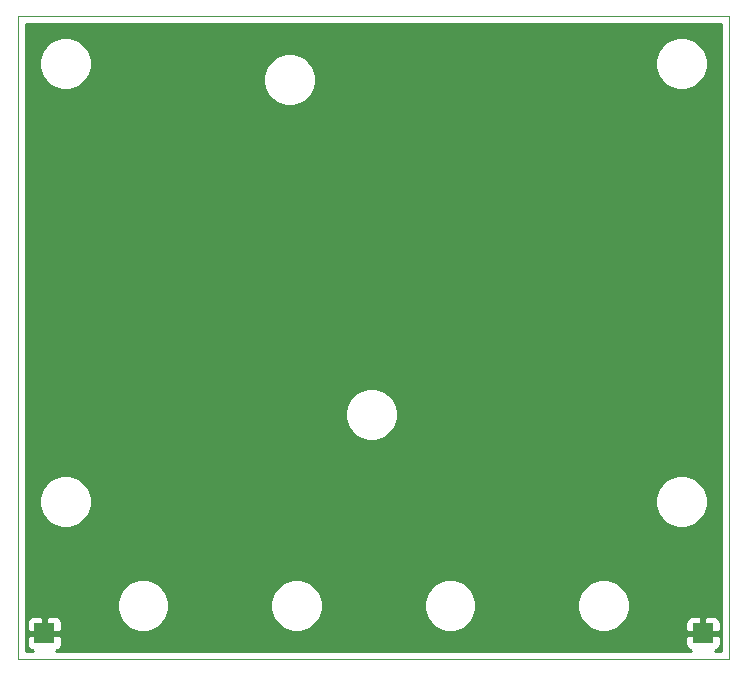
<source format=gbr>
G04 #@! TF.GenerationSoftware,KiCad,Pcbnew,5.1.5+dfsg1-2build2*
G04 #@! TF.CreationDate,2021-09-08T22:35:55-05:00*
G04 #@! TF.ProjectId,ETH_HUB_PLATE_SLIM,4554485f-4855-4425-9f50-4c4154455f53,rev?*
G04 #@! TF.SameCoordinates,Original*
G04 #@! TF.FileFunction,Copper,L1,Top*
G04 #@! TF.FilePolarity,Positive*
%FSLAX46Y46*%
G04 Gerber Fmt 4.6, Leading zero omitted, Abs format (unit mm)*
G04 Created by KiCad (PCBNEW 5.1.5+dfsg1-2build2) date 2021-09-08 22:35:55*
%MOMM*%
%LPD*%
G04 APERTURE LIST*
%ADD10C,0.050000*%
%ADD11R,1.700000X1.700000*%
%ADD12C,0.254000*%
G04 APERTURE END LIST*
D10*
X100000000Y-154400000D02*
X160150000Y-154400000D01*
X160150000Y-100000000D02*
X160150000Y-154400000D01*
X100000000Y-100000000D02*
X160150000Y-100000000D01*
X100000000Y-100000000D02*
X100000000Y-154400000D01*
D11*
X157988000Y-152273000D03*
X102235000Y-152273000D03*
D12*
G36*
X159490001Y-153740000D02*
G01*
X158991531Y-153740000D01*
X159082180Y-153712502D01*
X159192494Y-153653537D01*
X159289185Y-153574185D01*
X159368537Y-153477494D01*
X159427502Y-153367180D01*
X159463812Y-153247482D01*
X159476072Y-153123000D01*
X159473000Y-152558750D01*
X159314250Y-152400000D01*
X158115000Y-152400000D01*
X158115000Y-152420000D01*
X157861000Y-152420000D01*
X157861000Y-152400000D01*
X156661750Y-152400000D01*
X156503000Y-152558750D01*
X156499928Y-153123000D01*
X156512188Y-153247482D01*
X156548498Y-153367180D01*
X156607463Y-153477494D01*
X156686815Y-153574185D01*
X156783506Y-153653537D01*
X156893820Y-153712502D01*
X156984469Y-153740000D01*
X103238531Y-153740000D01*
X103329180Y-153712502D01*
X103439494Y-153653537D01*
X103536185Y-153574185D01*
X103615537Y-153477494D01*
X103674502Y-153367180D01*
X103710812Y-153247482D01*
X103723072Y-153123000D01*
X103720000Y-152558750D01*
X103561250Y-152400000D01*
X102362000Y-152400000D01*
X102362000Y-152420000D01*
X102108000Y-152420000D01*
X102108000Y-152400000D01*
X100908750Y-152400000D01*
X100750000Y-152558750D01*
X100746928Y-153123000D01*
X100759188Y-153247482D01*
X100795498Y-153367180D01*
X100854463Y-153477494D01*
X100933815Y-153574185D01*
X101030506Y-153653537D01*
X101140820Y-153712502D01*
X101231469Y-153740000D01*
X100660000Y-153740000D01*
X100660000Y-151423000D01*
X100746928Y-151423000D01*
X100750000Y-151987250D01*
X100908750Y-152146000D01*
X102108000Y-152146000D01*
X102108000Y-150946750D01*
X102362000Y-150946750D01*
X102362000Y-152146000D01*
X103561250Y-152146000D01*
X103720000Y-151987250D01*
X103723072Y-151423000D01*
X103710812Y-151298518D01*
X103674502Y-151178820D01*
X103615537Y-151068506D01*
X103536185Y-150971815D01*
X103439494Y-150892463D01*
X103329180Y-150833498D01*
X103209482Y-150797188D01*
X103085000Y-150784928D01*
X102520750Y-150788000D01*
X102362000Y-150946750D01*
X102108000Y-150946750D01*
X101949250Y-150788000D01*
X101385000Y-150784928D01*
X101260518Y-150797188D01*
X101140820Y-150833498D01*
X101030506Y-150892463D01*
X100933815Y-150971815D01*
X100854463Y-151068506D01*
X100795498Y-151178820D01*
X100759188Y-151298518D01*
X100746928Y-151423000D01*
X100660000Y-151423000D01*
X100660000Y-149679872D01*
X108340000Y-149679872D01*
X108340000Y-150120128D01*
X108425890Y-150551925D01*
X108594369Y-150958669D01*
X108838962Y-151324729D01*
X109150271Y-151636038D01*
X109516331Y-151880631D01*
X109923075Y-152049110D01*
X110354872Y-152135000D01*
X110795128Y-152135000D01*
X111226925Y-152049110D01*
X111633669Y-151880631D01*
X111999729Y-151636038D01*
X112311038Y-151324729D01*
X112555631Y-150958669D01*
X112724110Y-150551925D01*
X112810000Y-150120128D01*
X112810000Y-149679872D01*
X121340000Y-149679872D01*
X121340000Y-150120128D01*
X121425890Y-150551925D01*
X121594369Y-150958669D01*
X121838962Y-151324729D01*
X122150271Y-151636038D01*
X122516331Y-151880631D01*
X122923075Y-152049110D01*
X123354872Y-152135000D01*
X123795128Y-152135000D01*
X124226925Y-152049110D01*
X124633669Y-151880631D01*
X124999729Y-151636038D01*
X125311038Y-151324729D01*
X125555631Y-150958669D01*
X125724110Y-150551925D01*
X125810000Y-150120128D01*
X125810000Y-149679872D01*
X134340000Y-149679872D01*
X134340000Y-150120128D01*
X134425890Y-150551925D01*
X134594369Y-150958669D01*
X134838962Y-151324729D01*
X135150271Y-151636038D01*
X135516331Y-151880631D01*
X135923075Y-152049110D01*
X136354872Y-152135000D01*
X136795128Y-152135000D01*
X137226925Y-152049110D01*
X137633669Y-151880631D01*
X137999729Y-151636038D01*
X138311038Y-151324729D01*
X138555631Y-150958669D01*
X138724110Y-150551925D01*
X138810000Y-150120128D01*
X138810000Y-149679872D01*
X147340000Y-149679872D01*
X147340000Y-150120128D01*
X147425890Y-150551925D01*
X147594369Y-150958669D01*
X147838962Y-151324729D01*
X148150271Y-151636038D01*
X148516331Y-151880631D01*
X148923075Y-152049110D01*
X149354872Y-152135000D01*
X149795128Y-152135000D01*
X150226925Y-152049110D01*
X150633669Y-151880631D01*
X150999729Y-151636038D01*
X151212767Y-151423000D01*
X156499928Y-151423000D01*
X156503000Y-151987250D01*
X156661750Y-152146000D01*
X157861000Y-152146000D01*
X157861000Y-150946750D01*
X158115000Y-150946750D01*
X158115000Y-152146000D01*
X159314250Y-152146000D01*
X159473000Y-151987250D01*
X159476072Y-151423000D01*
X159463812Y-151298518D01*
X159427502Y-151178820D01*
X159368537Y-151068506D01*
X159289185Y-150971815D01*
X159192494Y-150892463D01*
X159082180Y-150833498D01*
X158962482Y-150797188D01*
X158838000Y-150784928D01*
X158273750Y-150788000D01*
X158115000Y-150946750D01*
X157861000Y-150946750D01*
X157702250Y-150788000D01*
X157138000Y-150784928D01*
X157013518Y-150797188D01*
X156893820Y-150833498D01*
X156783506Y-150892463D01*
X156686815Y-150971815D01*
X156607463Y-151068506D01*
X156548498Y-151178820D01*
X156512188Y-151298518D01*
X156499928Y-151423000D01*
X151212767Y-151423000D01*
X151311038Y-151324729D01*
X151555631Y-150958669D01*
X151724110Y-150551925D01*
X151810000Y-150120128D01*
X151810000Y-149679872D01*
X151724110Y-149248075D01*
X151555631Y-148841331D01*
X151311038Y-148475271D01*
X150999729Y-148163962D01*
X150633669Y-147919369D01*
X150226925Y-147750890D01*
X149795128Y-147665000D01*
X149354872Y-147665000D01*
X148923075Y-147750890D01*
X148516331Y-147919369D01*
X148150271Y-148163962D01*
X147838962Y-148475271D01*
X147594369Y-148841331D01*
X147425890Y-149248075D01*
X147340000Y-149679872D01*
X138810000Y-149679872D01*
X138724110Y-149248075D01*
X138555631Y-148841331D01*
X138311038Y-148475271D01*
X137999729Y-148163962D01*
X137633669Y-147919369D01*
X137226925Y-147750890D01*
X136795128Y-147665000D01*
X136354872Y-147665000D01*
X135923075Y-147750890D01*
X135516331Y-147919369D01*
X135150271Y-148163962D01*
X134838962Y-148475271D01*
X134594369Y-148841331D01*
X134425890Y-149248075D01*
X134340000Y-149679872D01*
X125810000Y-149679872D01*
X125724110Y-149248075D01*
X125555631Y-148841331D01*
X125311038Y-148475271D01*
X124999729Y-148163962D01*
X124633669Y-147919369D01*
X124226925Y-147750890D01*
X123795128Y-147665000D01*
X123354872Y-147665000D01*
X122923075Y-147750890D01*
X122516331Y-147919369D01*
X122150271Y-148163962D01*
X121838962Y-148475271D01*
X121594369Y-148841331D01*
X121425890Y-149248075D01*
X121340000Y-149679872D01*
X112810000Y-149679872D01*
X112724110Y-149248075D01*
X112555631Y-148841331D01*
X112311038Y-148475271D01*
X111999729Y-148163962D01*
X111633669Y-147919369D01*
X111226925Y-147750890D01*
X110795128Y-147665000D01*
X110354872Y-147665000D01*
X109923075Y-147750890D01*
X109516331Y-147919369D01*
X109150271Y-148163962D01*
X108838962Y-148475271D01*
X108594369Y-148841331D01*
X108425890Y-149248075D01*
X108340000Y-149679872D01*
X100660000Y-149679872D01*
X100660000Y-140879872D01*
X101765000Y-140879872D01*
X101765000Y-141320128D01*
X101850890Y-141751925D01*
X102019369Y-142158669D01*
X102263962Y-142524729D01*
X102575271Y-142836038D01*
X102941331Y-143080631D01*
X103348075Y-143249110D01*
X103779872Y-143335000D01*
X104220128Y-143335000D01*
X104651925Y-143249110D01*
X105058669Y-143080631D01*
X105424729Y-142836038D01*
X105736038Y-142524729D01*
X105980631Y-142158669D01*
X106149110Y-141751925D01*
X106235000Y-141320128D01*
X106235000Y-140879872D01*
X153915000Y-140879872D01*
X153915000Y-141320128D01*
X154000890Y-141751925D01*
X154169369Y-142158669D01*
X154413962Y-142524729D01*
X154725271Y-142836038D01*
X155091331Y-143080631D01*
X155498075Y-143249110D01*
X155929872Y-143335000D01*
X156370128Y-143335000D01*
X156801925Y-143249110D01*
X157208669Y-143080631D01*
X157574729Y-142836038D01*
X157886038Y-142524729D01*
X158130631Y-142158669D01*
X158299110Y-141751925D01*
X158385000Y-141320128D01*
X158385000Y-140879872D01*
X158299110Y-140448075D01*
X158130631Y-140041331D01*
X157886038Y-139675271D01*
X157574729Y-139363962D01*
X157208669Y-139119369D01*
X156801925Y-138950890D01*
X156370128Y-138865000D01*
X155929872Y-138865000D01*
X155498075Y-138950890D01*
X155091331Y-139119369D01*
X154725271Y-139363962D01*
X154413962Y-139675271D01*
X154169369Y-140041331D01*
X154000890Y-140448075D01*
X153915000Y-140879872D01*
X106235000Y-140879872D01*
X106149110Y-140448075D01*
X105980631Y-140041331D01*
X105736038Y-139675271D01*
X105424729Y-139363962D01*
X105058669Y-139119369D01*
X104651925Y-138950890D01*
X104220128Y-138865000D01*
X103779872Y-138865000D01*
X103348075Y-138950890D01*
X102941331Y-139119369D01*
X102575271Y-139363962D01*
X102263962Y-139675271D01*
X102019369Y-140041331D01*
X101850890Y-140448075D01*
X101765000Y-140879872D01*
X100660000Y-140879872D01*
X100660000Y-133479872D01*
X127665000Y-133479872D01*
X127665000Y-133920128D01*
X127750890Y-134351925D01*
X127919369Y-134758669D01*
X128163962Y-135124729D01*
X128475271Y-135436038D01*
X128841331Y-135680631D01*
X129248075Y-135849110D01*
X129679872Y-135935000D01*
X130120128Y-135935000D01*
X130551925Y-135849110D01*
X130958669Y-135680631D01*
X131324729Y-135436038D01*
X131636038Y-135124729D01*
X131880631Y-134758669D01*
X132049110Y-134351925D01*
X132135000Y-133920128D01*
X132135000Y-133479872D01*
X132049110Y-133048075D01*
X131880631Y-132641331D01*
X131636038Y-132275271D01*
X131324729Y-131963962D01*
X130958669Y-131719369D01*
X130551925Y-131550890D01*
X130120128Y-131465000D01*
X129679872Y-131465000D01*
X129248075Y-131550890D01*
X128841331Y-131719369D01*
X128475271Y-131963962D01*
X128163962Y-132275271D01*
X127919369Y-132641331D01*
X127750890Y-133048075D01*
X127665000Y-133479872D01*
X100660000Y-133479872D01*
X100660000Y-103779872D01*
X101765000Y-103779872D01*
X101765000Y-104220128D01*
X101850890Y-104651925D01*
X102019369Y-105058669D01*
X102263962Y-105424729D01*
X102575271Y-105736038D01*
X102941331Y-105980631D01*
X103348075Y-106149110D01*
X103779872Y-106235000D01*
X104220128Y-106235000D01*
X104651925Y-106149110D01*
X105058669Y-105980631D01*
X105424729Y-105736038D01*
X105736038Y-105424729D01*
X105899645Y-105179872D01*
X120765000Y-105179872D01*
X120765000Y-105620128D01*
X120850890Y-106051925D01*
X121019369Y-106458669D01*
X121263962Y-106824729D01*
X121575271Y-107136038D01*
X121941331Y-107380631D01*
X122348075Y-107549110D01*
X122779872Y-107635000D01*
X123220128Y-107635000D01*
X123651925Y-107549110D01*
X124058669Y-107380631D01*
X124424729Y-107136038D01*
X124736038Y-106824729D01*
X124980631Y-106458669D01*
X125149110Y-106051925D01*
X125235000Y-105620128D01*
X125235000Y-105179872D01*
X125149110Y-104748075D01*
X124980631Y-104341331D01*
X124736038Y-103975271D01*
X124540639Y-103779872D01*
X153915000Y-103779872D01*
X153915000Y-104220128D01*
X154000890Y-104651925D01*
X154169369Y-105058669D01*
X154413962Y-105424729D01*
X154725271Y-105736038D01*
X155091331Y-105980631D01*
X155498075Y-106149110D01*
X155929872Y-106235000D01*
X156370128Y-106235000D01*
X156801925Y-106149110D01*
X157208669Y-105980631D01*
X157574729Y-105736038D01*
X157886038Y-105424729D01*
X158130631Y-105058669D01*
X158299110Y-104651925D01*
X158385000Y-104220128D01*
X158385000Y-103779872D01*
X158299110Y-103348075D01*
X158130631Y-102941331D01*
X157886038Y-102575271D01*
X157574729Y-102263962D01*
X157208669Y-102019369D01*
X156801925Y-101850890D01*
X156370128Y-101765000D01*
X155929872Y-101765000D01*
X155498075Y-101850890D01*
X155091331Y-102019369D01*
X154725271Y-102263962D01*
X154413962Y-102575271D01*
X154169369Y-102941331D01*
X154000890Y-103348075D01*
X153915000Y-103779872D01*
X124540639Y-103779872D01*
X124424729Y-103663962D01*
X124058669Y-103419369D01*
X123651925Y-103250890D01*
X123220128Y-103165000D01*
X122779872Y-103165000D01*
X122348075Y-103250890D01*
X121941331Y-103419369D01*
X121575271Y-103663962D01*
X121263962Y-103975271D01*
X121019369Y-104341331D01*
X120850890Y-104748075D01*
X120765000Y-105179872D01*
X105899645Y-105179872D01*
X105980631Y-105058669D01*
X106149110Y-104651925D01*
X106235000Y-104220128D01*
X106235000Y-103779872D01*
X106149110Y-103348075D01*
X105980631Y-102941331D01*
X105736038Y-102575271D01*
X105424729Y-102263962D01*
X105058669Y-102019369D01*
X104651925Y-101850890D01*
X104220128Y-101765000D01*
X103779872Y-101765000D01*
X103348075Y-101850890D01*
X102941331Y-102019369D01*
X102575271Y-102263962D01*
X102263962Y-102575271D01*
X102019369Y-102941331D01*
X101850890Y-103348075D01*
X101765000Y-103779872D01*
X100660000Y-103779872D01*
X100660000Y-100660000D01*
X159490000Y-100660000D01*
X159490001Y-153740000D01*
G37*
X159490001Y-153740000D02*
X158991531Y-153740000D01*
X159082180Y-153712502D01*
X159192494Y-153653537D01*
X159289185Y-153574185D01*
X159368537Y-153477494D01*
X159427502Y-153367180D01*
X159463812Y-153247482D01*
X159476072Y-153123000D01*
X159473000Y-152558750D01*
X159314250Y-152400000D01*
X158115000Y-152400000D01*
X158115000Y-152420000D01*
X157861000Y-152420000D01*
X157861000Y-152400000D01*
X156661750Y-152400000D01*
X156503000Y-152558750D01*
X156499928Y-153123000D01*
X156512188Y-153247482D01*
X156548498Y-153367180D01*
X156607463Y-153477494D01*
X156686815Y-153574185D01*
X156783506Y-153653537D01*
X156893820Y-153712502D01*
X156984469Y-153740000D01*
X103238531Y-153740000D01*
X103329180Y-153712502D01*
X103439494Y-153653537D01*
X103536185Y-153574185D01*
X103615537Y-153477494D01*
X103674502Y-153367180D01*
X103710812Y-153247482D01*
X103723072Y-153123000D01*
X103720000Y-152558750D01*
X103561250Y-152400000D01*
X102362000Y-152400000D01*
X102362000Y-152420000D01*
X102108000Y-152420000D01*
X102108000Y-152400000D01*
X100908750Y-152400000D01*
X100750000Y-152558750D01*
X100746928Y-153123000D01*
X100759188Y-153247482D01*
X100795498Y-153367180D01*
X100854463Y-153477494D01*
X100933815Y-153574185D01*
X101030506Y-153653537D01*
X101140820Y-153712502D01*
X101231469Y-153740000D01*
X100660000Y-153740000D01*
X100660000Y-151423000D01*
X100746928Y-151423000D01*
X100750000Y-151987250D01*
X100908750Y-152146000D01*
X102108000Y-152146000D01*
X102108000Y-150946750D01*
X102362000Y-150946750D01*
X102362000Y-152146000D01*
X103561250Y-152146000D01*
X103720000Y-151987250D01*
X103723072Y-151423000D01*
X103710812Y-151298518D01*
X103674502Y-151178820D01*
X103615537Y-151068506D01*
X103536185Y-150971815D01*
X103439494Y-150892463D01*
X103329180Y-150833498D01*
X103209482Y-150797188D01*
X103085000Y-150784928D01*
X102520750Y-150788000D01*
X102362000Y-150946750D01*
X102108000Y-150946750D01*
X101949250Y-150788000D01*
X101385000Y-150784928D01*
X101260518Y-150797188D01*
X101140820Y-150833498D01*
X101030506Y-150892463D01*
X100933815Y-150971815D01*
X100854463Y-151068506D01*
X100795498Y-151178820D01*
X100759188Y-151298518D01*
X100746928Y-151423000D01*
X100660000Y-151423000D01*
X100660000Y-149679872D01*
X108340000Y-149679872D01*
X108340000Y-150120128D01*
X108425890Y-150551925D01*
X108594369Y-150958669D01*
X108838962Y-151324729D01*
X109150271Y-151636038D01*
X109516331Y-151880631D01*
X109923075Y-152049110D01*
X110354872Y-152135000D01*
X110795128Y-152135000D01*
X111226925Y-152049110D01*
X111633669Y-151880631D01*
X111999729Y-151636038D01*
X112311038Y-151324729D01*
X112555631Y-150958669D01*
X112724110Y-150551925D01*
X112810000Y-150120128D01*
X112810000Y-149679872D01*
X121340000Y-149679872D01*
X121340000Y-150120128D01*
X121425890Y-150551925D01*
X121594369Y-150958669D01*
X121838962Y-151324729D01*
X122150271Y-151636038D01*
X122516331Y-151880631D01*
X122923075Y-152049110D01*
X123354872Y-152135000D01*
X123795128Y-152135000D01*
X124226925Y-152049110D01*
X124633669Y-151880631D01*
X124999729Y-151636038D01*
X125311038Y-151324729D01*
X125555631Y-150958669D01*
X125724110Y-150551925D01*
X125810000Y-150120128D01*
X125810000Y-149679872D01*
X134340000Y-149679872D01*
X134340000Y-150120128D01*
X134425890Y-150551925D01*
X134594369Y-150958669D01*
X134838962Y-151324729D01*
X135150271Y-151636038D01*
X135516331Y-151880631D01*
X135923075Y-152049110D01*
X136354872Y-152135000D01*
X136795128Y-152135000D01*
X137226925Y-152049110D01*
X137633669Y-151880631D01*
X137999729Y-151636038D01*
X138311038Y-151324729D01*
X138555631Y-150958669D01*
X138724110Y-150551925D01*
X138810000Y-150120128D01*
X138810000Y-149679872D01*
X147340000Y-149679872D01*
X147340000Y-150120128D01*
X147425890Y-150551925D01*
X147594369Y-150958669D01*
X147838962Y-151324729D01*
X148150271Y-151636038D01*
X148516331Y-151880631D01*
X148923075Y-152049110D01*
X149354872Y-152135000D01*
X149795128Y-152135000D01*
X150226925Y-152049110D01*
X150633669Y-151880631D01*
X150999729Y-151636038D01*
X151212767Y-151423000D01*
X156499928Y-151423000D01*
X156503000Y-151987250D01*
X156661750Y-152146000D01*
X157861000Y-152146000D01*
X157861000Y-150946750D01*
X158115000Y-150946750D01*
X158115000Y-152146000D01*
X159314250Y-152146000D01*
X159473000Y-151987250D01*
X159476072Y-151423000D01*
X159463812Y-151298518D01*
X159427502Y-151178820D01*
X159368537Y-151068506D01*
X159289185Y-150971815D01*
X159192494Y-150892463D01*
X159082180Y-150833498D01*
X158962482Y-150797188D01*
X158838000Y-150784928D01*
X158273750Y-150788000D01*
X158115000Y-150946750D01*
X157861000Y-150946750D01*
X157702250Y-150788000D01*
X157138000Y-150784928D01*
X157013518Y-150797188D01*
X156893820Y-150833498D01*
X156783506Y-150892463D01*
X156686815Y-150971815D01*
X156607463Y-151068506D01*
X156548498Y-151178820D01*
X156512188Y-151298518D01*
X156499928Y-151423000D01*
X151212767Y-151423000D01*
X151311038Y-151324729D01*
X151555631Y-150958669D01*
X151724110Y-150551925D01*
X151810000Y-150120128D01*
X151810000Y-149679872D01*
X151724110Y-149248075D01*
X151555631Y-148841331D01*
X151311038Y-148475271D01*
X150999729Y-148163962D01*
X150633669Y-147919369D01*
X150226925Y-147750890D01*
X149795128Y-147665000D01*
X149354872Y-147665000D01*
X148923075Y-147750890D01*
X148516331Y-147919369D01*
X148150271Y-148163962D01*
X147838962Y-148475271D01*
X147594369Y-148841331D01*
X147425890Y-149248075D01*
X147340000Y-149679872D01*
X138810000Y-149679872D01*
X138724110Y-149248075D01*
X138555631Y-148841331D01*
X138311038Y-148475271D01*
X137999729Y-148163962D01*
X137633669Y-147919369D01*
X137226925Y-147750890D01*
X136795128Y-147665000D01*
X136354872Y-147665000D01*
X135923075Y-147750890D01*
X135516331Y-147919369D01*
X135150271Y-148163962D01*
X134838962Y-148475271D01*
X134594369Y-148841331D01*
X134425890Y-149248075D01*
X134340000Y-149679872D01*
X125810000Y-149679872D01*
X125724110Y-149248075D01*
X125555631Y-148841331D01*
X125311038Y-148475271D01*
X124999729Y-148163962D01*
X124633669Y-147919369D01*
X124226925Y-147750890D01*
X123795128Y-147665000D01*
X123354872Y-147665000D01*
X122923075Y-147750890D01*
X122516331Y-147919369D01*
X122150271Y-148163962D01*
X121838962Y-148475271D01*
X121594369Y-148841331D01*
X121425890Y-149248075D01*
X121340000Y-149679872D01*
X112810000Y-149679872D01*
X112724110Y-149248075D01*
X112555631Y-148841331D01*
X112311038Y-148475271D01*
X111999729Y-148163962D01*
X111633669Y-147919369D01*
X111226925Y-147750890D01*
X110795128Y-147665000D01*
X110354872Y-147665000D01*
X109923075Y-147750890D01*
X109516331Y-147919369D01*
X109150271Y-148163962D01*
X108838962Y-148475271D01*
X108594369Y-148841331D01*
X108425890Y-149248075D01*
X108340000Y-149679872D01*
X100660000Y-149679872D01*
X100660000Y-140879872D01*
X101765000Y-140879872D01*
X101765000Y-141320128D01*
X101850890Y-141751925D01*
X102019369Y-142158669D01*
X102263962Y-142524729D01*
X102575271Y-142836038D01*
X102941331Y-143080631D01*
X103348075Y-143249110D01*
X103779872Y-143335000D01*
X104220128Y-143335000D01*
X104651925Y-143249110D01*
X105058669Y-143080631D01*
X105424729Y-142836038D01*
X105736038Y-142524729D01*
X105980631Y-142158669D01*
X106149110Y-141751925D01*
X106235000Y-141320128D01*
X106235000Y-140879872D01*
X153915000Y-140879872D01*
X153915000Y-141320128D01*
X154000890Y-141751925D01*
X154169369Y-142158669D01*
X154413962Y-142524729D01*
X154725271Y-142836038D01*
X155091331Y-143080631D01*
X155498075Y-143249110D01*
X155929872Y-143335000D01*
X156370128Y-143335000D01*
X156801925Y-143249110D01*
X157208669Y-143080631D01*
X157574729Y-142836038D01*
X157886038Y-142524729D01*
X158130631Y-142158669D01*
X158299110Y-141751925D01*
X158385000Y-141320128D01*
X158385000Y-140879872D01*
X158299110Y-140448075D01*
X158130631Y-140041331D01*
X157886038Y-139675271D01*
X157574729Y-139363962D01*
X157208669Y-139119369D01*
X156801925Y-138950890D01*
X156370128Y-138865000D01*
X155929872Y-138865000D01*
X155498075Y-138950890D01*
X155091331Y-139119369D01*
X154725271Y-139363962D01*
X154413962Y-139675271D01*
X154169369Y-140041331D01*
X154000890Y-140448075D01*
X153915000Y-140879872D01*
X106235000Y-140879872D01*
X106149110Y-140448075D01*
X105980631Y-140041331D01*
X105736038Y-139675271D01*
X105424729Y-139363962D01*
X105058669Y-139119369D01*
X104651925Y-138950890D01*
X104220128Y-138865000D01*
X103779872Y-138865000D01*
X103348075Y-138950890D01*
X102941331Y-139119369D01*
X102575271Y-139363962D01*
X102263962Y-139675271D01*
X102019369Y-140041331D01*
X101850890Y-140448075D01*
X101765000Y-140879872D01*
X100660000Y-140879872D01*
X100660000Y-133479872D01*
X127665000Y-133479872D01*
X127665000Y-133920128D01*
X127750890Y-134351925D01*
X127919369Y-134758669D01*
X128163962Y-135124729D01*
X128475271Y-135436038D01*
X128841331Y-135680631D01*
X129248075Y-135849110D01*
X129679872Y-135935000D01*
X130120128Y-135935000D01*
X130551925Y-135849110D01*
X130958669Y-135680631D01*
X131324729Y-135436038D01*
X131636038Y-135124729D01*
X131880631Y-134758669D01*
X132049110Y-134351925D01*
X132135000Y-133920128D01*
X132135000Y-133479872D01*
X132049110Y-133048075D01*
X131880631Y-132641331D01*
X131636038Y-132275271D01*
X131324729Y-131963962D01*
X130958669Y-131719369D01*
X130551925Y-131550890D01*
X130120128Y-131465000D01*
X129679872Y-131465000D01*
X129248075Y-131550890D01*
X128841331Y-131719369D01*
X128475271Y-131963962D01*
X128163962Y-132275271D01*
X127919369Y-132641331D01*
X127750890Y-133048075D01*
X127665000Y-133479872D01*
X100660000Y-133479872D01*
X100660000Y-103779872D01*
X101765000Y-103779872D01*
X101765000Y-104220128D01*
X101850890Y-104651925D01*
X102019369Y-105058669D01*
X102263962Y-105424729D01*
X102575271Y-105736038D01*
X102941331Y-105980631D01*
X103348075Y-106149110D01*
X103779872Y-106235000D01*
X104220128Y-106235000D01*
X104651925Y-106149110D01*
X105058669Y-105980631D01*
X105424729Y-105736038D01*
X105736038Y-105424729D01*
X105899645Y-105179872D01*
X120765000Y-105179872D01*
X120765000Y-105620128D01*
X120850890Y-106051925D01*
X121019369Y-106458669D01*
X121263962Y-106824729D01*
X121575271Y-107136038D01*
X121941331Y-107380631D01*
X122348075Y-107549110D01*
X122779872Y-107635000D01*
X123220128Y-107635000D01*
X123651925Y-107549110D01*
X124058669Y-107380631D01*
X124424729Y-107136038D01*
X124736038Y-106824729D01*
X124980631Y-106458669D01*
X125149110Y-106051925D01*
X125235000Y-105620128D01*
X125235000Y-105179872D01*
X125149110Y-104748075D01*
X124980631Y-104341331D01*
X124736038Y-103975271D01*
X124540639Y-103779872D01*
X153915000Y-103779872D01*
X153915000Y-104220128D01*
X154000890Y-104651925D01*
X154169369Y-105058669D01*
X154413962Y-105424729D01*
X154725271Y-105736038D01*
X155091331Y-105980631D01*
X155498075Y-106149110D01*
X155929872Y-106235000D01*
X156370128Y-106235000D01*
X156801925Y-106149110D01*
X157208669Y-105980631D01*
X157574729Y-105736038D01*
X157886038Y-105424729D01*
X158130631Y-105058669D01*
X158299110Y-104651925D01*
X158385000Y-104220128D01*
X158385000Y-103779872D01*
X158299110Y-103348075D01*
X158130631Y-102941331D01*
X157886038Y-102575271D01*
X157574729Y-102263962D01*
X157208669Y-102019369D01*
X156801925Y-101850890D01*
X156370128Y-101765000D01*
X155929872Y-101765000D01*
X155498075Y-101850890D01*
X155091331Y-102019369D01*
X154725271Y-102263962D01*
X154413962Y-102575271D01*
X154169369Y-102941331D01*
X154000890Y-103348075D01*
X153915000Y-103779872D01*
X124540639Y-103779872D01*
X124424729Y-103663962D01*
X124058669Y-103419369D01*
X123651925Y-103250890D01*
X123220128Y-103165000D01*
X122779872Y-103165000D01*
X122348075Y-103250890D01*
X121941331Y-103419369D01*
X121575271Y-103663962D01*
X121263962Y-103975271D01*
X121019369Y-104341331D01*
X120850890Y-104748075D01*
X120765000Y-105179872D01*
X105899645Y-105179872D01*
X105980631Y-105058669D01*
X106149110Y-104651925D01*
X106235000Y-104220128D01*
X106235000Y-103779872D01*
X106149110Y-103348075D01*
X105980631Y-102941331D01*
X105736038Y-102575271D01*
X105424729Y-102263962D01*
X105058669Y-102019369D01*
X104651925Y-101850890D01*
X104220128Y-101765000D01*
X103779872Y-101765000D01*
X103348075Y-101850890D01*
X102941331Y-102019369D01*
X102575271Y-102263962D01*
X102263962Y-102575271D01*
X102019369Y-102941331D01*
X101850890Y-103348075D01*
X101765000Y-103779872D01*
X100660000Y-103779872D01*
X100660000Y-100660000D01*
X159490000Y-100660000D01*
X159490001Y-153740000D01*
M02*

</source>
